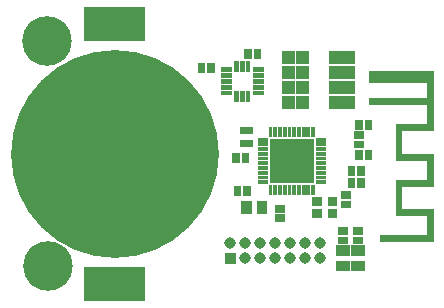
<source format=gbr>
G04 start of page 6 for group -4063 idx -4063 *
G04 Title: (unknown), componentmask *
G04 Creator: pcb 20140316 *
G04 CreationDate: Mon Oct 20 11:42:40 2014 UTC *
G04 For: clemi *
G04 Format: Gerber/RS-274X *
G04 PCB-Dimensions (mil): 1470.00 1065.00 *
G04 PCB-Coordinate-Origin: lower left *
%MOIN*%
%FSLAX25Y25*%
%LNTOPMASK*%
%ADD66C,0.6930*%
%ADD65R,0.0128X0.0128*%
%ADD64R,0.0286X0.0286*%
%ADD63R,0.0355X0.0355*%
%ADD62R,0.0227X0.0227*%
%ADD61R,0.0384X0.0384*%
%ADD60R,0.1128X0.1128*%
%ADD59R,0.0257X0.0257*%
%ADD58R,0.0148X0.0148*%
%ADD57C,0.0306*%
%ADD56C,0.0228*%
%ADD55C,0.0001*%
%ADD54C,0.0384*%
%ADD53C,0.1653*%
G54D53*X15500Y91000D03*
X15600Y16000D03*
G54D54*X91500Y18500D03*
X96500D03*
X101500D03*
X106500D03*
G54D55*G36*
X74578Y20422D02*Y16578D01*
X78422D01*
Y20422D01*
X74578D01*
G37*
G54D54*X81500Y18500D03*
X86500D03*
X101500Y23500D03*
X96500D03*
X106500D03*
G54D56*X123839Y79000D03*
G54D54*X91500Y23500D03*
X86500D03*
X81500D03*
X76500D03*
G54D57*X100937Y54937D03*
X97000D03*
X100937Y51000D03*
X97000D03*
X100937Y47063D03*
X97000D03*
X93063Y54937D03*
Y51000D03*
Y47063D03*
G54D58*X74004Y81437D02*X76169D01*
X74004Y79469D02*X76169D01*
X74004Y77500D02*X76169D01*
G54D59*X70074Y82393D02*Y81607D01*
X66926Y82393D02*Y81607D01*
G54D58*X74004Y75531D02*X76169D01*
X74004Y73563D02*X76169D01*
X78531Y73465D02*Y71299D01*
X80500Y73465D02*Y71299D01*
X82469Y73465D02*Y71299D01*
X84831Y75531D02*X86996D01*
X84831Y77500D02*X86996D01*
X84831Y79469D02*X86996D01*
X84831Y81437D02*X86996D01*
X82469Y83701D02*Y81535D01*
X80500Y83701D02*Y81535D01*
X78531Y83701D02*Y81535D01*
G54D59*X85574Y86893D02*Y86107D01*
X82426Y86893D02*Y86107D01*
G54D60*X33392Y96548D02*X42408D01*
G54D55*G36*
X113881Y82619D02*Y78381D01*
X118119D01*
Y82619D01*
X113881D01*
G37*
G36*
Y87619D02*Y83381D01*
X118119D01*
Y87619D01*
X113881D01*
G37*
G36*
X109381D02*Y83381D01*
X113619D01*
Y87619D01*
X109381D01*
G37*
G36*
Y82619D02*Y78381D01*
X113619D01*
Y82619D01*
X109381D01*
G37*
G36*
X98381Y87619D02*Y83381D01*
X102619D01*
Y87619D01*
X98381D01*
G37*
G36*
X93881D02*Y83381D01*
X98119D01*
Y87619D01*
X93881D01*
G37*
G36*
Y82619D02*Y78381D01*
X98119D01*
Y82619D01*
X93881D01*
G37*
G36*
X98381D02*Y78381D01*
X102619D01*
Y82619D01*
X98381D01*
G37*
G54D61*X124626Y79000D02*X140374D01*
G54D58*X84831Y73563D02*X86996D01*
G54D55*G36*
X93881Y72619D02*Y68381D01*
X98119D01*
Y72619D01*
X93881D01*
G37*
G36*
Y77619D02*Y73381D01*
X98119D01*
Y77619D01*
X93881D01*
G37*
G36*
X98381D02*Y73381D01*
X102619D01*
Y77619D01*
X98381D01*
G37*
G36*
Y72619D02*Y68381D01*
X102619D01*
Y72619D01*
X98381D01*
G37*
G36*
X109381D02*Y68381D01*
X113619D01*
Y72619D01*
X109381D01*
G37*
G36*
Y77619D02*Y73381D01*
X113619D01*
Y77619D01*
X109381D01*
G37*
G36*
X113881D02*Y73381D01*
X118119D01*
Y77619D01*
X113881D01*
G37*
G54D62*X132736Y41598D02*Y35693D01*
Y33724D02*X141161D01*
X143130D02*Y25063D01*
X127618D02*X141161D01*
G54D63*X118508Y21059D02*X119492D01*
X118508Y15941D02*X119492D01*
G54D59*X113607Y24426D02*X114393D01*
G54D63*X113508Y21059D02*X114492D01*
X113508Y15941D02*X114492D01*
G54D59*X118607Y24426D02*X119393D01*
G54D55*G36*
X113881Y72619D02*Y68381D01*
X118119D01*
Y72619D01*
X113881D01*
G37*
G54D62*X123839Y70732D02*X141161D01*
X132736Y62071D02*X141161D01*
G54D59*X122574Y63393D02*Y62607D01*
X119107Y56426D02*X119893D01*
X119107Y59574D02*X119893D01*
X119426Y63393D02*Y62607D01*
G54D62*X143130Y79787D02*Y62071D01*
Y52228D02*Y43567D01*
X132736Y60102D02*Y54197D01*
Y52228D02*X141161D01*
X132736Y43567D02*X141161D01*
G54D59*X122574Y53393D02*Y52607D01*
X119426Y53393D02*Y52607D01*
X120074Y43893D02*Y43107D01*
X116926Y43893D02*Y43107D01*
X120074Y47893D02*Y47107D01*
X116926Y47893D02*Y47107D01*
G54D64*X110362Y33531D02*X110756D01*
X110362Y37469D02*X110756D01*
X105244D02*X105638D01*
X105244Y33531D02*X105638D01*
G54D59*X114607Y39574D02*X115393D01*
X114607Y36426D02*X115393D01*
X113607Y27574D02*X114393D01*
X118607D02*X119393D01*
G54D65*X105563Y43913D02*X107728D01*
X105563Y45488D02*X107728D01*
X105563Y47063D02*X107728D01*
X105563Y48638D02*X107728D01*
X105563Y50213D02*X107728D01*
X105563Y51787D02*X107728D01*
X105563Y53362D02*X107728D01*
X105563Y54937D02*X107728D01*
X105563Y56512D02*X107728D01*
X105563Y58087D02*X107728D01*
G54D62*X81016Y61165D02*X82984D01*
X81016Y56835D02*X82984D01*
G54D59*X81574Y52393D02*Y51607D01*
X78426Y52393D02*Y51607D01*
G54D65*X104087Y61728D02*Y59563D01*
X102512Y61728D02*Y59563D01*
X100937Y61728D02*Y59563D01*
X99362Y61728D02*Y59563D01*
X97787Y61728D02*Y59563D01*
X96213Y61728D02*Y59563D01*
G54D59*X92607Y31926D02*X93393D01*
X92607Y35074D02*X93393D01*
G54D63*X87059Y35992D02*Y35008D01*
X81941Y35992D02*Y35008D01*
G54D60*X33392Y10052D02*X42408D01*
G54D66*X37900Y53300D03*
G54D59*X82074Y41393D02*Y40607D01*
X78926Y41393D02*Y40607D01*
G54D65*X89913Y42437D02*Y40272D01*
X91488Y42437D02*Y40272D01*
X93063Y42437D02*Y40272D01*
X94638Y42437D02*Y40272D01*
X96213Y42437D02*Y40272D01*
X97787Y42437D02*Y40272D01*
X99362Y42437D02*Y40272D01*
X100937Y42437D02*Y40272D01*
X102512Y42437D02*Y40272D01*
X104087Y42437D02*Y40272D01*
X94638Y61728D02*Y59563D01*
X93063Y61728D02*Y59563D01*
X91488Y61728D02*Y59563D01*
X89913Y61728D02*Y59563D01*
X86272Y58087D02*X88437D01*
X86272Y56512D02*X88437D01*
X86272Y54937D02*X88437D01*
X86272Y53362D02*X88437D01*
X86272Y51787D02*X88437D01*
X86272Y50213D02*X88437D01*
X86272Y48638D02*X88437D01*
X86272Y47063D02*X88437D01*
X86272Y45488D02*X88437D01*
X86272Y43913D02*X88437D01*
G54D55*G36*
X89567Y58433D02*Y43567D01*
X104433D01*
Y58433D01*
X89567D01*
G37*
G36*
X97917Y57367D02*Y51917D01*
X103367D01*
Y57367D01*
X97917D01*
G37*
G36*
X90633D02*Y51917D01*
X96083D01*
Y57367D01*
X90633D01*
G37*
G36*
X97917Y50083D02*Y44633D01*
X103367D01*
Y50083D01*
X97917D01*
G37*
G36*
X90633D02*Y44633D01*
X96083D01*
Y50083D01*
X90633D01*
G37*
M02*

</source>
